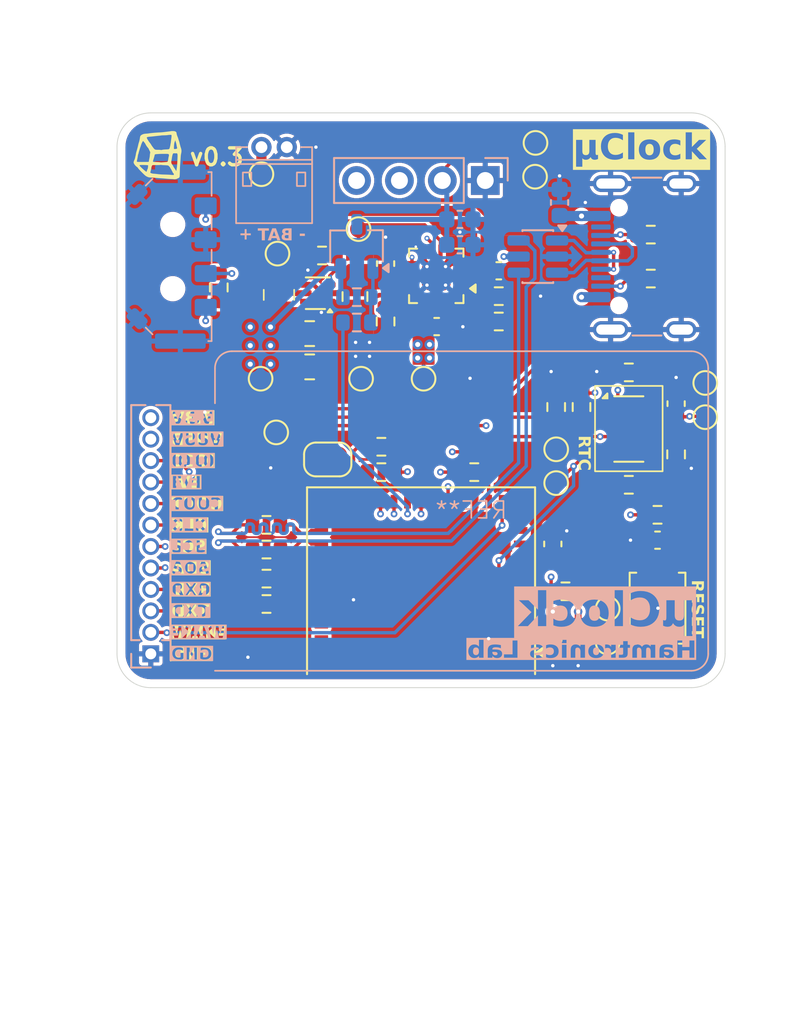
<source format=kicad_pcb>
(kicad_pcb (version 20241229) (generator "pcbnew") (generator_version "9.0")
  (title_block (title "uClock") (date "2026-02-21") (rev "1 ver 0.3") (company "Hamtronics Lab") (comment 2 "Description: Ultra-precise handheld digital clock, Powered by ESP32-C3") (comment 3 "Author: Sirio Guy"))
  (layers (0 "F.Cu" signal) (4 "In1.Cu" signal) (6 "In2.Cu" signal) (2 "B.Cu" signal) (13 "F.Paste" user) (15 "B.Paste" user) (5 "F.SilkS" user "F.Silkscreen") (7 "B.SilkS" user "B.Silkscreen") (1 "F.Mask" user) (3 "B.Mask" user) (25 "Edge.Cuts" user))
  (net 0 "")
  (net 1 "GND")
  (net 6 "USB_P")
  (net 7 "USB_N")
  (net 8 "VCC")
  (net 9 "VOUT")
  (net 10 "Net-(BT1-+)")
  (net 11 "VUSB")
  (net 12 "Net-(J1-CC1)")
  (net 13 "Net-(J1-CC2)")
  (net 14 "Net-(U2-TS)")
  (net 15 "Net-(U2-ISET)")
  (net 16 "Net-(U2-ILIM)")
  (net 17 "CHG")
  (net 18 "PGOOD")
  (net 19 "/PN")
  (net 20 "/PP")
  (net 21 "/AN")
  (net 22 "/AP")
  (net 23 "EN")
  (net 24 "Net-(J2-Pin_2)")
  (net 25 "BOOT")
  (net 26 "WAKE")
  (net 27 "MODE")
  (net 28 "DISPAY")
  (net 29 "Net-(Q1-G)")
  (net 30 "RTC_EVI")
  (net 31 "RTC_OUT")
  (net 32 "NAVUP")
  (net 33 "NAVDN")
  (net 34 "RTC_CLK")
  (net 35 "SCL")
  (net 36 "SDA")
  (net 37 "Net-(U3-SW)")
  (net 38 "Net-(U3-VSET)")
  (net 39 "Net-(U5-VBACKUP)")
  (net 54 "TXD")
  (net 55 "RXD")
  (net 56 "GPIO10")
  (net 57 "Net-(U4-TXD0)")
  (net 58 "Net-(U4-RXD0)")
  (footprint "Capacitor_SMD:C_0603_1608Metric" (layer "F.Cu") (at 81.2 95.690351 90)
    (property "Reference" "C14" (hide yes))
    (property "Value" "100n")
  )
  (footprint "TestPoint:TestPoint_Pad_D1.0mm" (layer "F.Cu") (at 84.45 99.515351)
    (property "Reference" "TP5" (hide yes))
    (property "Value" "VESP")
  )
  (footprint "Capacitor_SMD:C_0603_1608Metric" (layer "F.Cu") (at 88.5 87.390351 -90)
    (property "Reference" "C13" (hide yes))
    (property "Value" "100n")
  )
  (footprint "Capacitor_SMD:C_0805_2012Metric" (layer "F.Cu") (at 69.4875 81.055351 -90)
    (property "Reference" "C5" (hide yes))
    (property "Value" "22uF")
  )
  (footprint "Resistor_SMD:R_0603_1608Metric" (layer "F.Cu") (at 81.4 87.590351 90)
    (property "Reference" "R10" (hide yes))
    (property "Value" "5.1k")
  )
  (footprint "TestPoint:TestPoint_Pad_D1.0mm" (layer "F.Cu") (at 63.9 85.915351)
    (property "Reference" "TP1" (hide yes))
    (property "Value" "VCC")
  )
  (footprint "Resistor_SMD:R_0603_1608Metric" (layer "F.Cu") (at 71.3 82.530351 90)
    (property "Reference" "R4" (hide yes))
    (property "Value" "5.1k")
  )
  (footprint "Resistor_SMD:R_0603_1608Metric" (layer "F.Cu") (at 87 79.990351)
    (property "Reference" "R2" (hide yes))
    (property "Value" "5.1k")
  )
  (footprint "Package_SON:MicroCrystal_C7_SON-8_1.5x3.2mm_P0.9mm" (layer "F.Cu") (at 85.7 88.890351)
    (property "Reference" "U5" (hide yes))
    (property "Value" "RV-3028-C7")
  )
  (footprint "TestPoint:TestPoint_Pad_D1.0mm" (layer "F.Cu") (at 64.9 78.515351)
    (property "Reference" "TP14" (hide yes))
    (property "Value" "GND")
  )
  (footprint "TestPoint:TestPoint_Pad_D1.0mm" (layer "F.Cu") (at 81.4 90.090351)
    (property "Reference" "TP9" (hide yes))
    (property "Value" "SCL")
  )
  (footprint "Resistor_SMD:R_0603_1608Metric" (layer "F.Cu") (at 78 82.530351 180)
    (property "Reference" "R6" (hide yes))
    (property "Value" "4.53k")
  )
  (footprint "local:L_0806" (layer "F.Cu") (at 64.9875 80.955351 -90)
    (property "Reference" "L1" (hide yes))
    (property "Value" "1.5uH")
  )
  (footprint "Capacitor_SMD:C_0603_1608Metric" (layer "F.Cu") (at 78 79.530351)
    (property "Reference" "C4" (hide yes))
    (property "Value" "10u")
  )
  (footprint "Capacitor_SMD:C_0805_2012Metric" (layer "F.Cu") (at 66.8075 85.215351)
    (property "Reference" "C7" (hide yes))
    (property "Value" "22uF")
  )
  (footprint "Capacitor_SMD:C_0603_1608Metric" (layer "F.Cu") (at 87.4 95.465351)
    (property "Reference" "C8" (hide yes))
    (property "Value" "100n")
  )
  (footprint "Resistor_SMD:R_0603_1608Metric" (layer "F.Cu") (at 85.7 85.540351 180)
    (property "Reference" "R21" (hide yes))
    (property "Value" "10k")
  )
  (footprint "Resistor_SMD:R_0603_1608Metric" (layer "F.Cu") (at 81.95 98.490351 180)
    (property "Reference" "R17" (hide yes))
    (property "Value" "10k")
  )
  (footprint "TestPoint:TestPoint_Pad_D1.0mm" (layer "F.Cu") (at 80.175 71.965351)
    (property "Reference" "TP6" (hide yes))
    (property "Value" "VOLED")
  )
  (footprint "TestPoint:TestPoint_Pad_D1.0mm" (layer "F.Cu") (at 90.225 86.165351)
    (property "Reference" "TP12" (hide yes))
    (property "Value" "GND")
  )
  (footprint "Resistor_SMD:R_0603_1608Metric" (layer "F.Cu") (at 87.4 93.965351)
    (property "Reference" "R16" (hide yes))
    (property "Value" "10k")
  )
  (footprint "Resistor_SMD:R_0603_1608Metric" (layer "F.Cu") (at 64.25 96.020351 180)
    (property "Reference" "R12" (hide yes))
    (property "Value" "22")
  )
  (footprint "local:ESP32-C3-MINI-1" (layer "F.Cu") (at 73.4 98.090351 180)
    (property "Reference" "U4" (hide yes))
    (property "Value" "ESP32-C3-MINI-1")
  )
  (footprint "TestPoint:TestPoint_Pad_D1.0mm" (layer "F.Cu") (at 81.4 92.090351)
    (property "Reference" "TP10" (hide yes))
    (property "Value" "SDA")
  )
  (footprint "Jumper:SolderJumper-2_P1.3mm_Open_RoundedPad1.0x1.5mm" (layer "F.Cu") (at 67.875 90.690351)
    (property "Reference" "JP1" (hide yes))
    (property "Value" "BOOT" (hide yes))
  )
  (footprint "TestPoint:TestPoint_Pad_D1.0mm" (layer "F.Cu") (at 73.55 85.915351)
    (property "Reference" "TP3" (hide yes))
    (property "Value" "VUSB")
  )
  (footprint "Resistor_SMD:R_0603_1608Metric" (layer "F.Cu") (at 71.05 89.940351 180)
    (property "Reference" "R19" (hide yes))
    (property "Value" "10k")
  )
  (footprint "Resistor_SMD:R_0603_1608Metric" (layer "F.Cu") (at 64.25 97.740351 180)
    (property "Reference" "R23" (hide yes))
    (property "Value" "100")
  )
  (footprint "Resistor_SMD:R_0603_1608Metric" (layer "F.Cu") (at 78 81.030351)
    (property "Reference" "R3" (hide yes))
    (property "Value" "10k")
  )
  (footprint "Capacitor_SMD:C_0805_2012Metric" (layer "F.Cu") (at 66.8075 83.245351)
    (property "Reference" "C6" (hide yes))
    (property "Value" "22uF")
  )
  (footprint "TestPoint:TestPoint_Pad_D1.0mm" (layer "F.Cu") (at 64.825 89.090351)
    (property "Reference" "TP8" (hide yes))
    (property "Value" "CLK")
  )
  (footprint "Button_Switch_SMD:SW_SPST_TS-1088-xR020" (layer "F.Cu") (at 87.4 99.490351 90)
    (property "Reference" "SW1" (hide yes))
    (property "Value" "RESET")
  )
  (footprint "Package_TO_SOT_SMD:SOT-563" (layer "F.Cu") (at 67.2875 80.857851 180)
    (property "Reference" "U3" (hide yes))
    (property "Value" "TPS628438DRL")
  )
  (footprint "Logo:logo-5x5mm" (layer "F.Cu") (at 57.94562 72.713524)
    (property "Reference" "G***" (hide yes))
    (property "Value" "LOGO" (hide yes))
  )
  (footprint "Resistor_SMD:R_0603_1608Metric" (layer "F.Cu") (at 67.5375 78.625351 180)
    (property "Reference" "R5" (hide yes))
    (property "Value" "249k")
  )
  (footprint "TestPoint:TestPoint_Pad_D1.0mm" (layer "F.Cu") (at 90.225 88.190351)
    (property "Reference" "TP7" (hide yes))
    (property "Value" "VRTC")
  )
  (footprint "Capacitor_SMD:C_0603_1608Metric" (layer "F.Cu") (at 82.7 101.290351 -90)
    (property "Reference" "C10" (hide yes))
    (property "Value" "100n")
  )
  (footprint "Resistor_SMD:R_0603_1608Metric" (layer "F.Cu") (at 82.9 87.590351 -90)
    (property "Reference" "R15" (hide yes))
    (property "Value" "10k")
  )
  (footprint "Resistor_SMD:R_0603_1608Metric" (layer "F.Cu") (at 64.25 99.240351 180)
    (property "Reference" "R22" (hide yes))
    (property "Value" "100")
  )
  (footprint "local:VQFN-16-1EP_3x3mm_P0.5mm_EP1.6x1.6mm_ThermalVias" (layer "F.Cu") (at 74.3 79.830351 180)
    (property "Reference" "U2" (hide yes))
    (property "Value" "BQ24074RGT")
  )
  (footprint "TestPoint:TestPoint_Pad_D1.0mm" (layer "F.Cu") (at 80.15 73.965351)
    (property "Reference" "TP13" (hide yes))
    (property "Value" "GND")
  )
  (footprint "Capacitor_SMD:C_0603_1608Metric" (layer "F.Cu") (at 74.325 82.830351)
    (property "Reference" "C1" (hide yes))
    (property "Value" "10u")
  )
  (footprint "Resistor_SMD:R_0603_1608Metric" (layer "F.Cu") (at 76.55 91.440351)
    (property "Reference" "R20" (hide yes))
    (property "Value" "10k")
  )
  (footprint "TestPoint:TestPoint_Pad_D1.0mm" (layer "F.Cu") (at 63.95 73.815351)
    (property "Reference" "TP4" (hide yes))
    (property "Value" "VBAT")
  )
  (footprint "Resistor_SMD:R_0603_1608Metric" (layer "F.Cu") (at 64.25 94.560351 180)
    (property "Reference" "R13" (hide yes))
    (property "Value" "22")
  )
  (footprint "Resistor_SMD:R_0603_1608Metric" (layer "F.Cu") (at 87 77.390351)
    (property "Reference" "R1" (hide yes))
    (property "Value" "5.1k")
  )
  (footprint "TestPoint:TestPoint_Pad_D1.0mm" (layer "F.Cu") (at 69.7 77.065351)
    (property "Reference" "TP2" (hide yes))
    (property "Value" "VCHG")
  )
  (footprint "Resistor_SMD:R_0603_1608Metric" (layer "F.Cu") (at 88.5 90.390351 -90)
    (property "Reference" "R14" (hide yes))
    (property "Value" "10k")
  )
  (footprint "Capacitor_SMD:C_0603_1608Metric" (layer "F.Cu") (at 71.3 79.105351 90)
    (property "Reference" "C2" (hide yes))
    (property "Value" "10u")
  )
  (footprint "Resistor_SMD:R_0603_1608Metric" (layer "F.Cu") (at 61.425 80.515351 90)
    (property "Reference" "R7" (hide yes))
    (property "Value" "10k")
  )
  (footprint "Resistor_SMD:R_0603_1608Metric" (layer "F.Cu") (at 85.7 92.190351)
    (property "Reference" "R11" (hide yes))
    (property "Value" "5.1k")
  )
  (footprint "TestPoint:TestPoint_Pad_D1.0mm" (layer "F.Cu") (at 84.45 101.515351)
    (property "Reference" "TP11" (hide yes))
    (property "Value" "GND")
  )
  (footprint "Resistor_SMD:R_0603_1608Metric" (layer "F.Cu") (at 71.05 91.440351 180)
    (property "Reference" "R18" (hide yes))
    (property "Value" "10k")
  )
  (footprint "Capacitor_SMD:C_0603_1608Metric" (layer "F.Cu") (at 81.2 101.290351 -90)
    (property "Reference" "C9" (hide yes))
    (property "Value" "10u")
  )
  (footprint "TestPoint:TestPoint_Pad_D1.0mm" (layer "F.Cu") (at 69.85 85.915351)
    (property "Reference" "TP15" (hide yes))
    (property "Value" "GND")
  )
  (footprint "Connector_PinHeader_1.27mm:PinHeader_1x12_P1.27mm_Vertical" (layer "B.Cu") (at 57.4 102.190351)
    (property "Reference" "J3" (hide yes))
    (property "Value" "ACC")
  )
  (footprint "local:Battery_LiPo_603020" (layer "B.Cu") (at 76.375 94.190351 180)
    (property "Reference" "REF**")
    (property "Value" "Battery LiPo 603020")
  )
  (footprint "Capacitor_SMD:C_0603_1608Metric" (layer "B.Cu") (at 75.7 77.990351)
    (property "Reference" "C12" (hide yes))
    (property "Value" "100n")
  )
  (footprint "Resistor_SMD:R_0603_1608Metric" (layer "B.Cu") (at 69.6 81.090351)
    (property "Reference" "R8" (hide yes))
    (property "Value" "100k")
  )
  (footprint "local:K1-1511SA-01" (layer "B.Cu") (at 59.7 78.690351 -90)
    (property "Reference" "SW2" (hide yes))
    (property "Value" "~" (hide yes))
  )
  (footprint "Capacitor_SMD:C_0603_1608Metric" (layer "B.Cu") (at 75.7 76.490351)
    (property "Reference" "C11" (hide yes))
    (property "Value" "10u")
  )
  (footprint "Package_TO_SOT_SMD:SOT-23-6" (layer "B.Cu") (at 80.3125 78.690351 180)
    (property "Reference" "U1" (hide yes))
    (property "Value" "USBLC6-2SC6")
  )
  (footprint "Package_TO_SOT_SMD:TSOT-23" (layer "B.Cu") (at 69.6 78.090351 90)
    (property "Reference" "Q1" (hide yes))
    (property "Value" "Si2301CDS")
  )
  (footprint "Capacitor_SMD:C_0603_1608Metric" (layer "B.Cu") (at 81.6 75.490351 90)
    (property "Reference" "C3" (hide yes))
    (property "Value" "100n")
  )
  (footprint "local:JST-ZH-02AW-P=1.5-H3.6" (layer "B.Cu") (at 64.7 72.215351)
    (property "Reference" "BT1" (hide yes))
    (property "Value" "3.7V" (hide yes))
  )
  (footprint "Connector_USB:USB_C_Receptacle_GCT_USB4105-xx-A_16P_TopMnt_Horizontal" (layer "B.Cu") (at 87.725 78.690351 -90)
    (property "Reference" "J1" (hide yes))
    (property "Value" "USB_C_Receptacle_USB2.0_16P")
  )
  (footprint "Connector_PinSocket_2.54mm:PinSocket_1x04_P2.54mm_Vertical" (layer "B.Cu") (at 77.2 74.190351 90)
    (property "Reference" "J2" (hide yes))
    (property "Value" "OLED")
  )
  (footprint "Resistor_SMD:R_0603_1608Metric" (layer "B.Cu") (at 69.6 82.590351)
    (property "Reference" "R9" (hide yes))
    (property "Value" "100")
  )
  (gr_rect (start 83.7 86.340351) (end 87.7 91.390351) (stroke (width 0.1)) (fill no) (layer "F.SilkS"))
  (gr_line (start 58.575 87.815351) (end 58.575 102.590351) (stroke (width 0.1)) (layer "F.SilkS"))
  (gr_arc (start 61.2 85.290351) (mid 61.492893 84.583244) (end 62.2 84.290351) (stroke (width 0.1)) (layer "B.SilkS"))
  (gr_line (start 61.2 87.365351) (end 61.2 85.290351) (stroke (width 0.1)) (layer "B.SilkS"))
  (gr_line (start 58.56 101.380351) (end 58.56 102.565351) (stroke (width 0.1)) (layer "B.SilkS"))
  (gr_arc (start 89.4 84.290351) (mid 90.107107 84.583244) (end 90.4 85.290351) (stroke (width 0.1)) (layer "B.SilkS"))
  (gr_arc (start 90.4 102.190351) (mid 90.107107 102.897458) (end 89.4 103.190351) (stroke (width 0.1)) (layer "B.SilkS"))
  (gr_line (start 90.4 85.290351) (end 90.4 102.190351) (stroke (width 0.1)) (layer "B.SilkS"))
  (gr_line (start 89.4 103.190351) (end 61.2 103.190351) (stroke (width 0.1)) (layer "B.SilkS"))
  (gr_line (start 62.2 84.290351) (end 89.4 84.290351) (stroke (width 0.1)) (layer "B.SilkS"))
  (gr_arc (start 55.4 72.190351) (mid 55.985786 70.776137) (end 57.4 70.190351) (stroke (width 0.05)) (layer "Edge.Cuts"))
  (gr_line (start 57.4 70.190351) (end 89.4 70.190351) (stroke (width 0.05)) (layer "Edge.Cuts"))
  (gr_arc (start 89.4 70.190351) (mid 90.814214 70.776137) (end 91.4 72.190351) (stroke (width 0.05)) (layer "Edge.Cuts"))
  (gr_line (start 55.4 102.190351) (end 55.4 72.190351) (stroke (width 0.05)) (layer "Edge.Cuts"))
  (gr_line (start 89.4 104.190351) (end 57.4 104.190351) (stroke (width 0.05)) (layer "Edge.Cuts"))
  (gr_line (start 91.4 72.190351) (end 91.4 102.190351) (stroke (width 0.05)) (layer "Edge.Cuts"))
  (gr_arc (start 57.4 104.190351) (mid 55.985786 103.604565) (end 55.4 102.190351) (stroke (width 0.05)) (layer "Edge.Cuts"))
  (gr_arc (start 91.4 102.190351) (mid 90.814214 103.604565) (end 89.4 104.190351) (stroke (width 0.05)) (layer "Edge.Cuts"))
  (gr_text "μClock" (at 82.4 73.190351 0) (layer "F.SilkS" knockout) (effects (font (size 1.5 1.5) (thickness 0.375) (bold yes)) (justify left bottom)))
  (gr_text "RXD" (at 58.6 98.435806 0) (layer "F.SilkS" knockout) (effects (font (size 0.7 0.7) (thickness 0.125) (bold yes)) (justify left)))
  (gr_text "GND" (at 58.6 102.240351 0) (layer "F.SilkS" knockout) (effects (font (size 0.7 0.7) (thickness 0.125) (bold yes)) (justify left)))
  (gr_text "v0.3" (at 59.6 73.390351 0) (layer "F.SilkS") (effects (font (size 1 1) (thickness 0.2) (bold yes)) (justify left bottom)))
  (gr_text "VUSB" (at 58.6 89.558533 0) (layer "F.SilkS" knockout) (effects (font (size 0.7 0.7) (thickness 0.125) (bold yes)) (justify left)))
  (gr_text "WAKE" (at 58.6 100.972169 0) (layer "F.SilkS" knockout) (effects (font (size 0.7 0.7) (thickness 0.125) (bold yes)) (justify left)))
  (gr_text "SCL" (at 58.6 95.899442 0) (layer "F.SilkS" knockout) (effects (font (size 0.7 0.7) (thickness 0.125) (bold yes)) (justify left)))
  (gr_text "SDA" (at 58.6 97.167624 0) (layer "F.SilkS" knockout) (effects (font (size 0.7 0.7) (thickness 0.125) (bold yes)) (justify left)))
  (gr_text "3.3V" (at 58.6 88.290351 0) (layer "F.SilkS" knockout) (effects (font (size 0.7 0.7) (thickness 0.125) (bold yes)) (justify left)))
  (gr_text "CLK" (at 58.6 94.63126 0) (layer "F.SilkS" knockout) (effects (font (size 0.7 0.7) (thickness 0.125) (bold yes)) (justify left)))
  (gr_text "COUT" (at 58.6 93.363078 0) (layer "F.SilkS" knockout) (effects (font (size 0.7 0.7) (thickness 0.125) (bold yes)) (justify left)))
  (gr_text "IO10" (at 58.6 90.826715 0) (layer "F.SilkS" knockout) (effects (font (size 0.7 0.7) (thickness 0.125) (bold yes)) (justify left)))
  (gr_text "TXD" (at 58.6 99.703987 0) (layer "F.SilkS" knockout) (effects (font (size 0.7 0.7) (thickness 0.125) (bold yes)) (justify left)))
  (gr_text "RESET" (at 89.725 99.540351 270) (layer "F.SilkS") (effects (font (size 0.7 0.7) (thickness 0.125) (bold yes))))
  (gr_text "RTC" (at 83.025 89.265351 270) (layer "F.SilkS") (effects (font (size 0.7 0.7) (thickness 0.125) (bold yes)) (justify left)))
  (gr_text "EVI" (at 58.6 92.094896 0) (layer "F.SilkS" knockout) (effects (font (size 0.7 0.7) (thickness 0.125) (bold yes)) (justify left)))
  (gr_text "EVI" (at 58.625 92.494896 0) (layer "B.SilkS" knockout) (effects (font (size 0.7 0.7) (thickness 0.125) (bold yes)) (justify right bottom mirror)))
  (gr_text "-" (at 66.575 77.390351 0) (layer "B.SilkS") (effects (font (size 0.7 0.7) (thickness 0.125) (bold yes)) (justify left mirror)))
  (gr_text "BAT" (at 65.825 77.440351 -0) (layer "B.SilkS") (effects (font (size 0.7 0.7) (thickness 0.125) (bold yes)) (justify left mirror)))
  (gr_text "+" (at 63.425 77.390351 0) (layer "B.SilkS") (effects (font (size 0.7 0.7) (thickness 0.125) (bold yes)) (justify left mirror)))
  (gr_text "VUSB" (at 58.625 89.958533 0) (layer "B.SilkS" knockout) (effects (font (size 0.7 0.7) (thickness 0.125) (bold yes)) (justify right bottom mirror)))
  (gr_text "Hamtronics Lab" (at 89.72 102.590351 -0) (layer "B.SilkS" knockout) (effects (font (size 1 1.1) (thickness 0.2) (bold yes)) (justify left bottom mirror)))
  (gr_text "RXD" (at 58.625 98.835806 0) (layer "B.SilkS" knockout) (effects (font (size 0.7 0.7) (thickness 0.125) (bold yes)) (justify right bottom mirror)))
  (gr_text "COUT" (at 58.625 93.763078 0) (layer "B.SilkS" knockout) (effects (font (size 0.7 0.7) (thickness 0.125) (bold yes)) (justify right bottom mirror)))
  (gr_text "3.3V" (at 58.625 88.690351 0) (layer "B.SilkS" knockout) (effects (font (size 0.7 0.7) (thickness 0.125) (bold yes)) (justify right bottom mirror)))
  (gr_text "IO10" (at 58.625 91.226715 0) (layer "B.SilkS" knockout) (effects (font (size 0.7 0.7) (thickness 0.125) (bold yes)) (justify right bottom mirror)))
  (gr_text "μClock" (at 89.7 100.890351 -0) (layer "B.SilkS" knockout) (effects (font (size 2 2) (thickness 0.375) (bold yes)) (justify left bottom mirror)))
  (gr_text "CLK" (at 58.625 95.03126 0) (layer "B.SilkS" knockout) (effects (font (size 0.7 0.7) (thickness 0.125) (bold yes)) (justify right bottom mirror)))
  (gr_text "TXD" (at 58.625 100.103987 0) (layer "B.SilkS" knockout) (effects (font (size 0.7 0.7) (thickness 0.125) (bold yes)) (justify right bottom mirror)))
  (gr_text "SCL" (at 58.625 96.299442 0) (layer "B.SilkS" knockout) (effects (font (size 0.7 0.7) (thickness 0.125) (bold yes)) (justify right bottom mirror)))
  (gr_text "WAKE" (at 58.625 101.372169 0) (layer "B.SilkS" knockout) (effects (font (size 0.7 0.7) (thickness 0.125) (bold yes)) (justify right bottom mirror)))
  (gr_text "GND" (at 58.625 102.640351 0) (layer "B.SilkS" knockout) (effects (font (size 0.7 0.7) (thickness 0.125) (bold yes)) (justify right bottom mirror)))
  (gr_text "SDA" (at 58.625 97.567624 0) (layer "B.SilkS" knockout) (effects (font (size 0.7 0.7) (thickness 0.125) (bold yes)) (justify right bottom mirror)))
  (segment (start 66.7125 79.477851) (end 66.7125 78.625351) (width 0.25) (layer "F.Cu") (net 1))
  (segment (start 67.5 81.990351) (end 68 81.490351) (width 0.25) (layer "F.Cu") (net 1))
  (segment (start 66.7 79.490351) (end 66.7125 79.477851) (width 0.25) (layer "F.Cu") (net 1))
  (segment (start 68 81.490351) (end 68 81.357851) (width 0.25) (layer "F.Cu") (net 1))
  (via (at 67.175 72.215351) (size 0.4) (drill 0.2) (layers "F.Cu" "B.Cu") (net 1))
  (via (at 69.525 84.590351) (size 0.4) (drill 0.2) (layers "F.Cu" "B.Cu") (net 1))
  (via (at 75.875 82.840351) (size 0.4) (drill 0.2) (layers "F.Cu" "B.Cu") (net 1))
  (via (at 82.025 94.915351) (size 0.4) (drill 0.2) (layers "F.Cu" "B.Cu") (net 1))
  (via (at 70.35 83.765351) (size 0.4) (drill 0.2) (layers "F.Cu" "B.Cu") (net 1))
  (via (at 83.8 85.490351) (size 0.4) (drill 0.2) (layers "F.Cu" "B.Cu") (net 1))
  (via (at 69.4 98.990351) (size 0.4) (drill 0.2) (layers "F.Cu" "B.Cu") (net 1))
  (via (at 83.125 75.490351) (size 0.4) (drill 0.2) (layers "F.Cu" "B.Cu") (net 1))
  (via (at 67.5 81.990351) (size 0.4) (drill 0.2) (layers "F.Cu" "B.Cu") (net 1))
  (via (at 76.3 85.890351) (size 0.4) (drill 0.2) (layers "F.Cu" "B.Cu") (net 1))
  (via (at 87.425 99.490351) (size 0.4) (drill 0.2) (layers "F.Cu" "B.Cu") (net 1))
  (via (at 77.4 101.290351) (size 0.4) (drill 0.2) (layers "F.Cu" "B.Cu") (net 1))
  (via (at 71.3 77.540351) (size 0.4) (drill 0.2) (layers "F.Cu" "B.Cu") (net 1))
  (via (at 66.7 79.490351) (size 0.4) (drill 0.2) (layers "F.Cu" "B.Cu") (net 1))
  (via (at 63.15 102.390351) (size 0.4) (drill 0.2) (layers "F.Cu" "B.Cu") (net 1))
  (via (at 75.7 77.240351) (size 0.4) (drill 0.2) (layers "F.Cu" "B.Cu") (net 1))
  (via (at 82.7 102.890351) (size 0.4) (drill 0.2) (layers "F.Cu" "B.Cu") (net 1))
  (via (at 85.8 95.465351) (size 0.4) (drill 0.2) (layers "F.Cu" "B.Cu") (net 1))
  (via (at 89.4 91.215351) (size 0.4) (drill 0.2) (layers "F.Cu" "B.Cu") (net 1))
  (via (at 69.525 83.765351) (size 0.4) (drill 0.2) (layers "F.Cu" "B.Cu") (net 1))
  (via (at 70.35 84.590351) (size 0.4) (drill 0.2) (layers "F.Cu" "B.Cu") (net 1))
  (via (at 81.6 73.915351) (size 0.4) (drill 0.2) (layers "F.Cu" "B.Cu") (net 1))
  (via (at 88.5 85.840351) (size 0.4) (drill 0.2) (layers "F.Cu" "B.Cu") (net 1))
  (via (at 64.5 91.190351) (size 0.4) (drill 0.2) (layers "F.Cu" "B.Cu") (net 1))
  (via (at 80.475 81.030351) (size 0.4) (drill 0.2) (layers "F.Cu" "B.Cu") (net 1))
  (via (at 81.2 102.890351) (size 0.4) (drill 0.2) (layers "F.Cu" "B.Cu") (net 1))
  (via (at 60.6 87.890351) (size 0.4) (drill 0.2) (layers "F.Cu" "B.Cu") (net 1))
  (via (at 73.0875 78.105351) (size 0.3) (drill 0.15) (layers "F.Cu" "B.Cu") (net 1))
  (via (at 81.1 85.490351) (size 0.4) (drill 0.2) (layers "F.Cu" "B.Cu") (net 1))
  (segment (start 61.5 95.515351) (end 62.207499 95.515351) (width 0.2) (layer "F.Cu") (net 6))
  (segment (start 62.712499 96.020351) (end 63.425 96.020351) (width 0.2) (layer "F.Cu") (net 6))
  (segment (start 62.207499 95.515351) (end 62.712499 96.020351) (width 0.2) (layer "F.Cu") (net 6))
  (segment (start 61.4 95.615351) (end 61.5 95.515351) (width 0.2) (layer "F.Cu") (net 6))
  (via (at 61.4 95.615351) (size 0.4) (drill 0.2) (layers "F.Cu" "B.Cu") (net 6))
  (segment (start 80.1385 79.981319) (end 79.625 80.494819) (width 0.2) (layer "B.Cu") (net 6))
  (segment (start 79.625 91.083549) (end 75.193197 95.515352) (width 0.2) (layer "B.Cu") (net 6))
  (segment (start 61.499999 95.515352) (end 61.4 95.615351) (width 0.2) (layer "B.Cu") (net 6))
  (segment (start 75.193197 95.515352) (end 61.499999 95.515352) (width 0.2) (layer "B.Cu") (net 6))
  (segment (start 80.1385 78.349383) (end 80.1385 79.981319) (width 0.2) (layer "B.Cu") (net 6))
  (segment (start 79.625 80.494819) (end 79.625 91.083549) (width 0.2) (layer "B.Cu") (net 6))
  (segment (start 79.529468 77.740351) (end 80.1385 78.349383) (width 0.2) (layer "B.Cu") (net 6))
  (segment (start 79.175 77.740351) (end 79.529468 77.740351) (width 0.2) (layer "B.Cu") (net 6))
  (segment (start 61.5 95.065351) (end 62.207499 95.065351) (width 0.2) (layer "F.Cu") (net 7))
  (segment (start 62.712499 94.560351) (end 63.425 94.560351) (width 0.2) (layer "F.Cu") (net 7))
  (segment (start 61.4 94.965351) (end 61.5 95.065351) (width 0.2) (layer "F.Cu") (net 7))
  (segment (start 62.207499 95.065351) (end 62.712499 94.560351) (width 0.2) (layer "F.Cu") (net 7))
  (via (at 61.4 94.965351) (size 0.4) (drill 0.2) (layers "F.Cu" "B.Cu") (net 7))
  (segment (start 63.47 94.90535) (end 63.47 94.66535) (width 0.2) (layer "B.Cu") (net 7))
  (segment (start 64.11 94.50535) (end 64.03 94.50535) (width 0.2) (layer "B.Cu") (net 7))
  (segment (start 79.175 79.640351) (end 79.175 90.897153) (width 0.2) (layer "B.Cu") (net 7))
  (segment (start 62.7 95.06535) (end 61.499999 95.06535) (width 0.2) (layer "B.Cu") (net 7))
  (segment (start 65.87 94.90535) (end 65.87 94.66535) (width 0.2) (layer "B.Cu") (net 7))
  (segment (start 63.71 95.06535) (end 63.63 95.06535) (width 0.2) (layer "B.Cu") (net 7))
  (segment (start 65.71 94.50535) (end 65.63 94.50535) (width 0.2) (layer "B.Cu") (net 7))
  (segment (start 64.91 94.50535) (end 64.83 94.50535) (width 0.2) (layer "B.Cu") (net 7))
  (segment (start 65.07 94.90535) (end 65.07 94.66535) (width 0.2) (layer "B.Cu") (net 7))
  (segment (start 63.31 94.50535) (end 63.23 94.50535) (width 0.2) (layer "B.Cu") (net 7))
  (segment (start 75.006803 95.06535) (end 66.03 95.06535) (width 0.2) (layer "B.Cu") (net 7))
  (segment (start 61.499999 95.06535) (end 61.4 94.965351) (width 0.2) (layer "B.Cu") (net 7))
  (segment (start 63.87 94.66535) (end 63.87 94.90535) (width 0.2) (layer "B.Cu") (net 7))
  (segment (start 79.175 90.897153) (end 75.006803 95.06535) (width 0.2) (layer "B.Cu") (net 7))
  (segment (start 64.51 95.06535) (end 64.43 95.06535) (width 0.2) (layer "B.Cu") (net 7))
  (segment (start 62.83 95.06535) (end 62.7 95.06535) (width 0.2) (layer "B.Cu") (net 7))
  (segment (start 64.27 94.90535) (end 64.27 94.66535) (width 0.2) (layer "B.Cu") (net 7))
  (segment (start 65.31 95.06535) (end 65.23 95.06535) (width 0.2) (layer "B.Cu") (net 7))
  (segment (start 62.91 95.06535) (end 62.83 95.06535) (width 0.2) (layer "B.Cu") (net 7))
  (segment (start 64.67 94.66535) (end 64.67 94.90535) (width 0.2) (layer "B.Cu") (net 7))
  (segment (start 63.07 94.66535) (end 63.07 94.90535) (width 0.2) (layer "B.Cu") (net 7))
  (segment (start 65.47 94.66535) (end 65.47 94.90535) (width 0.2) (layer "B.Cu") (net 7))
  (arc (start 64.83 94.50535) (mid 64.716863 94.552213) (end 64.67 94.66535) (width 0.2) (layer "B.Cu") (net 7))
  (arc (start 63.23 94.50535) (mid 63.116863 94.552213) (end 63.07 94.66535) (width 0.2) (layer "B.Cu") (net 7))
  (arc (start 64.03 94.50535) (mid 63.916863 94.552213) (end 63.87 94.66535) (width 0.2) (layer "B.Cu") (net 7))
  (arc (start 64.43 95.06535) (mid 64.316863 95.018487) (end 64.27 94.90535) (width 0.2) (layer "B.Cu") (net 7))
  (arc (start 63.87 94.90535) (mid 63.823137 95.018487) (end 63.71 95.06535) (width 0.2) (layer "B.Cu") (net 7))
  (arc (start 64.27 94.66535) (mid 64.223137 94.552213) (end 64.11 94.50535) (width 0.2) (layer "B.Cu") (net 7))
  (arc (start 64.67 94.90535) (mid 64.623137 95.018487) (end 64.51 95.06535) (width 0.2) (layer "B.Cu") (net 7))
  (arc (start 63.63 95.06535) (mid 63.516863 95.018487) (end 63.47 94.90535) (width 0.2) (layer "B.Cu") (net 7))
  (arc (start 65.63 94.50535) (mid 65.516863 94.552213) (end 65.47 94.66535) (width 0.2) (layer "B.Cu") (net 7))
  (arc (start 65.87 94.66535) (mid 65.823137 94.552213) (end 65.71 94.50535) (width 0.2) (layer "B.Cu") (net 7))
  (arc (start 63.47 94.66535) (mid 63.423137 94.552213) (end 63.31 94.50535) (width 0.2) (layer "B.Cu") (net 7))
  (arc (start 65.47 94.90535) (mid 65.423137 95.018487) (end 65.31 95.06535) (width 0.2) (layer "B.Cu") (net 7))
  (arc (start 66.03 95.06535) (mid 65.916863 95.018487) (end 65.87 94.90535) (width 0.2) (layer "B.Cu") (net 7))
  (arc (start 63.07 94.90535) (mid 63.023137 95.018487) (end 62.91 95.06535) (width 0.2) (layer "B.Cu") (net 7))
  (arc (start 65.23 95.06535) (mid 65.116863 95.018487) (end 65.07 94.90535) (width 0.2) (layer "B.Cu") (net 7))
  (arc (start 65.07 94.66535) (mid 65.023137 94.552213) (end 64.91 94.50535) (width 0.2) (layer "B.Cu") (net 7))
  (segment (start 75.725 91.440351) (end 74.55 91.440351) (width 0.2) (layer "F.Cu") (net 8))
  (segment (start 82.9 86.765351) (end 83.675 86.765351) (width 0.2) (layer "F.Cu") (net 8))
  (segment (start 82.7 98.565351) (end 82.775 98.490351) (width 0.3) (layer "F.Cu") (net 8))
  (segment (start 61.425 81.640351) (end 63.125 81.640351) (width 0.2) (layer "F.Cu") (net 8))
  (segment (start 89.3 88.140351) (end 90.175 88.140351) (width 0.2) (layer "F.Cu") (net 8))
  (segment (start 85.8 93.965351) (end 86.575 93.965351) (width 0.2) (layer "F.Cu") (net 8))
  (segment (start 88.5 88.165351) (end 89.275 88.165351) (width 0.2) (layer "F.Cu") (net 8))
  (segment (start 81.4 86.765351) (end 82.9 86.765351) (width 0.2) (layer "F.Cu") (net 8))
  (segment (start 84.45 100.165351) (end 84.1 100.515351) (width 0.2) (layer "F.Cu") (net 8))
  (segment (start 83.675 86.765351) (end 83.7 86.740351) (width 0.2) (layer "F.Cu") (net 8))
  (segment (start 86.575 93.965351) (end 86.575 92.240351) (width 0.2) (layer "F.Cu") (net 8))
  (segment (start 82.7 99.690351) (end 82.7 98.565351) (width 0.3) (layer "F.Cu") (net 8))
  (segment (start 71.875 89.940351) (end 71.875 91.440351) (width 0.2) (layer "F.Cu") (net 8))
  (segment (start 84.1 100.515351) (end 82.7 100.515351) (width 0.2) (layer "F.Cu") (net 8))
  (segment (start 66.575 81.357851) (end 66.575 81.955351) (width 0.2) (layer "F.Cu") (net 8))
  (segment (start 79.3 100.490351) (end 81.175 100.490351) (width 0.4) (layer "F.Cu") (net 8))
  (segment (start 71.875 91.440351) (end 72.575 91.440351) (width 0.2) (layer "F.Cu") (net 8))
  (segment (start 81.2 100.515351) (end 82.7 100.515351) (width 0.4) (layer "F.Cu") (net 8))
  (segment (start 82.7 100.515351) (end 82.7 99.690351) (width 0.4) (layer "F.Cu") (net 8))
  (segment (start 84.45 99.515351) (end 84.45 100.165351) (width 0.2) (layer "F.Cu") (net 8))
  (segment (start 90.175 88.140351) (end 90.225 88.190351) (width 0.2) (layer "F.Cu") (net 8))
  (segment (start 88.225 88.440351) (end 86.35 88.440351) (width 0.2) (layer "F.Cu") (net 8))
  (segment (start 86.575 92.240351) (end 86.525 92.190351) (width 0.2) (layer "F.Cu") (net 8))
  (segment (start 61.425 81.340351) (end 61.425 81.640351) (width 0.2) (layer "F.Cu") (net 8))
  (segment (start 72.575 91.440351) (end 72.6 91.415351) (width 0.2) (layer "F.Cu") (net 8))
  (segment (start 81.2 100.515351) (end 81.2 99.690351) (width 0.4) (layer "F.Cu") (net 8))
  (segment (start 89.275 88.165351) (end 89.3 88.140351) (width 0.2) (layer "F.Cu") (net 8))
  (via (at 64.4875 85.055351) (size 0.6) (drill 0.3) (layers "F.Cu" "B.Cu") (net 8))
  (via (at 82.7 99.690351) (size 0.5) (drill 0.25) (layers "F.Cu" "B.Cu") (net 8))
  (via (at 72.6 91.415351) (size 0.4) (drill 0.2) (layers "F.Cu" "B.Cu") (net 8))
  (via (at 63.2875 85.055351) (size 0.6) (drill 0.3) (layers "F.Cu" "B.Cu") (net 8))
  (via (at 89.3 88.140351) (size 0.4) (drill 0.2) (layers "F.Cu" "B.Cu") (net 8))
  (via (at 74.55 91.440351) (size 0.4) (drill 0.2) (layers "F.Cu" "B.Cu") (net 8))
  (via (at 64.4875 82.855351) (size 0.6) (drill 0.3) (layers "F.Cu" "B.Cu") (net 8))
  (via (at 85.8 93.965351) (size 0.4) (drill 0.2) (layers "F.Cu" "B.Cu") (net 8))
  (via (at 63.2875 83.955351) (size 0.6) (drill 0.3) (layers "F.Cu" "B.Cu") (net 8))
  (via (at 83.7 86.740351) (size 0.4) (drill 0.2) (layers "F.Cu" "B.Cu") (net 8))
  (via (at 63.2875 82.855351) (size 0.6) (drill 0.3) (layers "F.Cu" "B.Cu") (net 8))
  (via (at 64.4875 83.955351) (size 0.6) (drill 0.3) (layers "F.Cu" "B.Cu") (net 8))
  (via (at 81.2 99.690351) (size 0.5) (drill 0.25) (layers "F.Cu" "B.Cu") (net 8))
  (segment (start 68.65 79.400351) (end 68.65 80.965351) (width 0.3) (layer "B.Cu") (net 8))
  (segment (start 68.65 79.400351) (end 67.89 79.400351) (width 0.3) (layer "B.Cu") (net 8))
  (segment (start 64.4875 82.802851) (end 64.4875 82.855351) (width 0.3) (layer "B.Cu") (net 8))
  (segment (start 68.65 80.965351) (end 68.775 81.090351) (width 0.3) (layer "B.Cu") (net 8))
  (segment (start 67.89 79.400351) (end 64.4875 82.802851) (width 0.3) (layer "B.Cu") (net 8))
  (segment (start 71.6125 79.880351) (end 71.3 79.880351) (width 0.2) (layer "F.Cu") (net 9))
  (segment (start 66.575 80.357851) (end 67.04 80.357851) (width 0.25) (layer "F.Cu") (net 9))
  (segment (start 69.7 77.065351) (end 69.7 79.892851) (width 0.2) (layer "F.Cu") (net 9))
  (segment (start 74.55 78.392851) (end 74.55 77.750351) (width 0.2) (layer "F.Cu") (net 9))
  (segment (start 69.4875 80.105351) (end 71.075 80.105351) (width 0.2) (layer "F.Cu") (net 9))
  (segment (start 73.615 76.815351) (end 69.95 76.815351) (width 0.2) (layer "F.Cu") (net 9))
  (segment (start 74.55 77.750351) (end 73.615 76.815351) (width 0.2) (layer "F.Cu") (net 9))
  (segment (start 69.7 79.892851) (end 69.4875 80.105351) (width 0.2) (layer "F.Cu") (net 9))
  (segment (start 67.54 80.857851) (end 68 80.857851) (width 0.25) (layer "F.Cu") (net 9))
  (segment (start 67.04 80.357851) (end 67.54 80.857851) (width 0.25) (layer "F.Cu") (net 9))
  (segment (start 71.075 80.105351) (end 71.3 79.880351) (width 0.2) (layer "F.Cu") (net 9))
  (segment (start 69.95 76.815351) (end 69.7 77.065351) (width 0.2) (layer "F.Cu") (net 9))
  (segment (start 77.225 77.115351) (end 77.225 79.530351) (width 0.6) (layer "F.Cu") (net 10))
  (segment (start 63.95 72.215351) (end 63.95 74.540351) (width 0.6) (layer "F.Cu") (net 10))
  (segment (start 76.1 75.990351) (end 77.225 77.115351) (width 0.6) (layer "F.Cu") (net 10))
  (segment (start 63.95 74.540351) (end 65.4 75.990351) (width 0.6) (layer "F.Cu") (net 10))
  (segment (start 65.4 75.990351) (end 76.1 75.990351) (width 0.6) (layer "F.Cu") (net 10))
  (segment (start 73.55 85.915351) (end 73.55 85.040351) (width 0.2) (layer "F.Cu") (net 11))
  (segment (start 73.55 85.040351) (end 73.2 84.690351) (width 0.2) (layer "F.Cu") (net 11))
  (via (at 73.9 84.690351) (size 0.6) (drill 0.3) (layers "F.Cu" "B.Cu") (net 11))
  (via (at 73.9 83.890351) (size 0.6) (drill 0.3) (layers "F.Cu" "B.Cu") (net 11))
  (via (at 82.9 81.090351) (size 0.6) (drill 0.3) (layers "F.Cu" "B.Cu") (net 11))
  (via (at 78.3 78.690351) (size 0.4) (drill 0.2) (layers "F.Cu" "B.Cu") (net 11))
  (via (at 82.9 76.290351) (size 0.6) (drill 0.3) (layers "F.Cu" "B.Cu") (net 11))
  (via (at 73.2 83.890351) (size 0.6) (drill 0.3) (layers "F.Cu" "B.Cu") (net 11))
  (via (at 73.2 84.690351) (size 0.6) (drill 0.3) (layers "F.Cu" "B.Cu") (net 11))
  (segment (start 84.045 81.090351) (end 82.9 81.090351) (width 0.6) (layer "B.Cu") (net 11))
  (segment (start 82.9 76.290351) (end 81.625 76.290351) (width 0.6) (layer "B.Cu") (net 11))
  (segment (start 78.3 78.690351) (end 79.175 78.690351) (width 0.3) (layer "B.Cu") (net 11))
  (segment (start 84.045 76.290351) (end 82.9 76.290351) (width 0.6) (layer "B.Cu") (net 11))
  (segment (start 81.625 76.290351) (end 81.6 76.315351) (width 0.6) (layer "B.Cu") (net 11))
  (segment (start 85.2 77.390351) (end 86.175 77.390351) (width 0.2) (layer "F.Cu") (net 12))
  (via (at 85.2 77.390351) (size 0.4) (drill 0.2) (layers "F.Cu" "B.Cu") (net 12))
  (segment (start 85.15 77.440351) (end 85.2 77.390351) (width 0.2) (layer "B.Cu") (net 12))
  (segment (start 84.045 77.440351) (end 85.15 77.440351) (width 0.2) (layer "B.Cu") (net 12))
  (segment (start 85.65 79.990351) (end 85.2 80.440351) (width 0.2) (layer "F.Cu") (net 13))
  (segment (start 86.175 79.990351) (end 85.65 79.990351) (width 0.2) (layer "F.Cu") (net 13))
  (via (at 85.2 80.440351) (size 0.4) (drill 0.2) (layers "F.Cu" "B.Cu") (net 13))
  (segment (start 84.045 80.440351) (end 85.2 80.440351) (width 0.2) (layer "B.Cu") (net 13))
  (segment (start 76.25 80.580351) (end 76.7 81.030351) (width 0.25) (layer "F.Cu") (net 14))
  (segment (start 75.7375 80.580351) (end 76.25 80.580351) (width 0.25) (layer "F.Cu") (net 14))
  (segment (start 76.7 81.030351) (end 77.175 81.030351) (width 0.25) (layer "F.Cu") (net 14))
  (segment (start 75.05 81.267851) (end 75.8375 81.267851) (width 0.25) (layer "F.Cu") (net 15))
  (segment (start 75.8375 81.267851) (end 77.1 82.530351) (width 0.25) (layer "F.Cu") (net 15))
  (segment (start 77.1 82.530351) (end 77.175 82.530351) (width 0.25) (layer "F.Cu") (net 15))
  (segment (start 72.225 81.705351) (end 72.8625 81.067851) (width 0.25) (layer "F.Cu") (net 16))
  (segment (start 71.3 81.705351) (end 72.225 81.705351) (width 0.25) (layer "F.Cu") (net 16))
  (segment (start 72.8625 80.580351) (end 72.8625 81.067851) (width 0.25) (layer "F.Cu") (net 16))
  (segment (start 81.1 98.465351) (end 81.125 98.490351) (width 0.2) (layer "F.Cu") (net 17))
  (segment (start 79.3 98.890351) (end 80.1 98.890351) (width 0.2) (layer "F.Cu") (net 17))
  (segment (start 80.5 98.490351) (end 81.125 98.490351) (width 0.2) (layer "F.Cu") (net 17))
  (segment (start 80.1 98.890351) (end 80.5 98.490351) (width 0.2) (layer "F.Cu") (net 17))
  (segment (start 72.8625 78.730351) (end 72.8625 79.080351) (width 0.2) (layer "F.Cu") (net 17))
  (segment (start 81.1 97.640351) (end 81.1 98.465351) (width 0.2) (layer "F.Cu") (net 17))
  (via (at 72.8625 78.730351) (size 0.3) (drill 0.15) (layers "F.Cu" "B.Cu") (net 17))
  (via (at 81.1 97.640351) (size 0.4) (drill 0.2) (layers "F.Cu" "B.Cu") (net 17))
  (segment (start 77.4 93.190351) (end 77.4 91.465351) (width 0.2) (layer "F.Cu") (net 18))
  (segment (start 77.4 91.465351) (end 77.375 91.440351) (width 0.2) (layer "F.Cu") (net 18))
  (segment (start 76.8 90.240351) (end 77.375 90.815351) (width 0.2) (layer "F.Cu") (net 18))
  (segment (start 75.25 90.240351) (end 76.8 90.240351) (width 0.2) (layer "F.Cu") (net 18))
  (segment (start 73.75 77.605351) (end 74.05 77.905351) (width 0.2) (layer "F.Cu") (net 18))
  (segment (start 77.375 90.815351) (end 77.375 91.440351) (width 0.2) (layer "F.Cu") (net 18))
  (segment (start 74.05 77.905351) (end 74.05 78.392851) (width 0.2) (layer "F.Cu") (net 18))
  (via (at 73.75 77.605351) (size 0.3) (drill 0.15) (layers "F.Cu" "B.Cu") (net 18))
  (via (at 75.25 90.240351) (size 0.4) (drill 0.2) (layers "F.Cu" "B.Cu") (net 18))
  (segment (start 82.443751 79.640351) (end 81.45 79.640351) (width 0.2) (layer "B.Cu") (net 19))
  (segment (start 83.595 78.915351) (end 83.62 78.940351) (width 0.2) (layer "B.Cu") (net 19))
  (segment (start 85.91 78.660351) (end 85.63 78.940351) (width 0.2) (layer "B.Cu") (net 19))
  (segment (start 84.045 77.940351) (end 85.63 77.940351) (width 0.2) (layer "B.Cu") (net 19))
  (segment (start 85.63 77.940351) (end 85.91 78.220351) (width 0.2) (layer "B.Cu") (net 19))
  (segment (start 85.63 78.940351) (end 84.045 78.940351) (width 0.2) (layer "B.Cu") (net 19))
  (segment (start 83.62 78.940351) (end 84.045 78.940351) (width 0.2) (layer "B.Cu") (net 19))
  (segment (start 83.168751 78.915351) (end 83.595 78.915351) (width 0.2) (layer "B.Cu") (net 19))
  (segment (start 85.91 78.220351) (end 85.91 78.660351) (width 0.2) (layer "B.Cu") (net 19))
  (segment (start 83.168751 78.915351) (end 82.443751 79.640351) (width 0.2) (layer "B.Cu") (net 19))
  (segment (start 84.8 78.440351) (end 84.8 79.440351) (width 0.2) (layer "F.Cu") (net 20))
  (via (at 84.8 79.440351) (size 0.3) (drill 0.15) (layers "F.Cu" "B.Cu") (net 20))
  (via (at 84.8 78.440351) (size 0.3) (drill 0.15) (layers "F.Cu" "B.Cu") (net 20))
  (segment (start 83.168751 78.465351) (end 82.443751 77.740351) (width 0.2) (layer "B.Cu") (net 20))
  (segment (start 83.595 78.465351) (end 83.62 78.440351) (width 0.2) (layer "B.Cu") (net 20))
  (segment (start 82.443751 77.740351) (end 81.45 77.740351) (width 0.2) (layer "B.Cu") (net 20))
  (segment (start 84.045 78.440351) (end 84.8 78.440351) (width 0.2) (layer "B.Cu") (net 20))
  (segment (start 84.8 79.440351) (end 84.045 79.440351) (width 0.2) (layer "B.Cu") (net 20))
  (segment (start 83.62 78.440351) (end 84.045 78.440351) (width 0.2) (layer "B.Cu") (net 20))
  (segment (start 83.168751 78.465351) (end 83.595 78.465351) (width 0.2) (layer "B.Cu") (net 20))
  (segment (start 65.787501 94.560351) (end 66.292501 95.065351) (width 0.2) (layer "F.Cu") (net 21))
  (segment (start 65.075 94.560351) (end 65.787501 94.560351) (width 0.2) (layer "F.Cu") (net 21))
  (segment (start 66.292501 95.065351) (end 66.724999 95.065351) (width 0.2) (layer "F.Cu") (net 21))
  (segment (start 66.899999 94.890351) (end 67.5 94.890351) (width 0.2) (layer "F.Cu") (net 21))
  (segment (start 66.724999 95.065351) (end 66.899999 94.890351) (width 0.2) (layer "F.Cu") (net 21))
  (segment (start 66.899999 95.690351) (end 67.5 95.690351) (width 0.2) (layer "F.Cu") (net 22))
  (segment (start 66.292501 95.515351) (end 66.724999 95.515351) (width 0.2) (layer "F.Cu") (net 22))
  (segment (start 65.787501 96.020351) (end 66.292501 95.515351) (width 0.2) (layer "F.Cu") (net 22))
  (segment (start 65.075 96.020351) (end 65.787501 96.020351) (width 0.2) (layer "F.Cu") (net 22))
  (segment (start 66.724999 95.515351) (end 66.899999 95.690351) (width 0.2) (layer "F.Cu") (net 22))
  (segment (start 83.125 97.265351) (end 82.325 96.465351) (width 0.2) (layer "F.Cu") (net 23))
  (segment (start 88.175 95.465351) (end 88.175 97.265351) (width 0.2) (layer "F.Cu") (net 23))
  (segment (start 88.225 93.965351) (end 88.225 95.415351) (width 0.2) (layer "F.Cu") (net 23))
  (segment (start 81.175 96.490351) (end 81.2 96.465351) (width 0.2) (layer "F.Cu") (net 23))
  (segment (start 88.175 97.265351) (end 87.4 97.265351) (width 0.2) (layer "F.Cu") (net 23))
  (segment (start 79.3 96.490351) (end 81.175 96.490351) (width 0.2) (layer "F.Cu") (net 23))
  (segment (start 87.4 97.265351) (end 83.125 97.265351) (width 0.2) (layer "F.Cu") (net 23))
  (segment (start 82.325 96.465351) (end 81.2 96.465351) (width 0.2) (layer "F.Cu") (net 23))
  (segment (start 88.225 95.415351) (end 88.175 95.465351) (width 0.2) (layer "F.Cu") (net 23))
  (segment (start 76.325 71.965351) (end 80.175 71.965351) (width 0.2) (layer "F.Cu") (net 24))
  (segment (start 74.66 73.630351) (end 76.325 71.965351) (width 0.2) (layer "F.Cu") (net 24))
  (segment (start 74.66 74.190351) (end 74.66 73.630351) (width 0.2) (layer "F.Cu") (net 24))
  (segment (start 74.925 74.455351) (end 74.66 74.190351) (width 0.3) (layer "B.Cu") (net 24))
  (segment (start 74.925 76.490351) (end 74.925 74.455351) (width 0.3) (layer "B.Cu") (net 24))
  (segment (start 74.925 77.990351) (end 74.925 76.490351) (width 0.3) (layer "B.Cu") (net 24))
  (segment (start 74.925 76.490351) (end 69.6 76.490351) (width 0.3) (layer "B.Cu") (net 24))
  (segment (start 68.525 90.690351) (end 69.4 90.690351) (width 0.2) (layer "F.Cu") (net 25))
  (segment (start 69.675 89.940351) (end 70.225 89.940351) (width 0.2) (layer "F.Cu") (net 25))
  (segment (start 69.4 93.190351) (end 69.4 90.690351) (width 0.2) (layer "F.Cu") (net 25))
  (segment (start 69.4 90.690351) (end 69.4 90.215351) (width 0.2) (layer "F.Cu") (net 25))
  (segment (start 69.4 90.215351) (end 69.675 89.940351) (width 0.2) (layer "F.Cu") (net 25))
  (segment (start 61.425 79.690351) (end 62.2 79.690351) (width 0.2) (layer "F.Cu") (net 26))
  (segment (start 57.4 100.920351) (end 58.33 100.920351) (width 0.2) (layer "F.Cu") (net 26))
  (segment (start 78.2 93.190351) (end 78.2 94.590351) (width 0.2) (layer "F.Cu") (net 26))
  (segment (start 58.33 100.920351) (end 58.35 100.940351) (width 0.2) (layer "F.Cu") (net 26))
  (via (at 62.2 79.690351) (size 0.4) (drill 0.2) (layers "F.Cu" "B.Cu") (net 26))
  (via (at 58.35 100.940351) (size 0.4) (drill 0.2) (layers "F.Cu" "B.Cu") (net 26))
  (via (at 78.2 94.590351) (size 0.4) (drill 0.2) (layers "F.Cu" "B.Cu") (net 26))
  (segment (start 78.2 94.590351) (end 71.85 100.940351) (width 0.2) (layer "B.Cu") (net 26))
  (segment (start 71.85 100.940351) (end 58.35 100.940351) (width 0.2) (layer "B.Cu") (net 26))
  (segment (start 62.2 79.690351) (end 60.575 79.690351) (width 0.2) (layer "B.Cu") (net 26))
  (segment (start 70.2 91.365351) (end 70.225 91.340351) (width 0.2) (layer "F.Cu") (net 27))
  (segment (start 70.2 91.465351) (end 70.225 91.440351) (width 0.2) (layer "F.Cu") (net 27))
  (segment (start 70.2 93.190351) (end 70.2 91.465351) (width 0.2) (layer "F.Cu") (net 27))
  (segment (start 72.6 93.915351) (end 72.6 93.190351) (width 0.2) (layer "F.Cu") (net 28))
  (via (at 72.6 93.915351) (size 0.4) (drill 0.2) (layers "F.Cu" "B.Cu") (net 28))
  (segment (start 72.6 93.490351) (end 68.775 89.665351) (width 0.2) (layer "B.Cu") (net 28))
  (segment (start 72.6 93.915351) (end 72.6 93.490351) (width 0.2) (layer "B.Cu") (net 28))
  (segment (start 68.775 89.665351) (end 68.775 82.590351) (width 0.2) (layer "B.Cu") (net 28))
  (segment (start 70.55 79.400351) (end 70.55 80.965351) (width 0.2) (layer "B.Cu") (net 29))
  (segment (start 70.55 80.965351) (end 70.425 81.090351) (width 0.2) (layer "B.Cu") (net 29))
  (segment (start 70.425 81.090351) (end 70.425 82.590351) (width 0.2) (layer "B.Cu") (net 29))
  (segment (start 64.19 87.690351) (end 77.7 87.690351) (width 0.2) (layer "F.Cu") (net 30))
  (segment (start 59.45 92.030351) (end 59.85 92.030351) (width 0.2) (layer "F.Cu") (net 30))
  (segment (start 77.7 87.690351) (end 81 84.390351) (width 0.2) (layer "F.Cu") (net 30))
  (segment (start 81 84.390351) (end 86.05 84.390351) (width 0.2) (layer "F.Cu") (net 30))
  (segment (start 57.4 92.030351) (end 59.45 92.030351) (width 0.2) (layer "F.Cu") (net 30))
  (segment (start 86.05 84.390351) (end 86.525 84.865351) (width 0.2) (layer "F.Cu") (net 30))
  (segment (start 86.525 85.540351) (end 86.525 87.365351) (width 0.2) (layer "F.Cu") (net 30))
  (segment (start 59.85 92.030351) (end 64.19 87.690351) (width 0.2) (layer "F.Cu") (net 30))
  (segment (start 86.525 84.865351) (end 86.525 85.540351) (width 0.2) (layer "F.Cu") (net 30))
  (segment (start 80.15 88.190351) (end 80.75 87.590351) (width 0.2) (layer "F.Cu") (net 31))
  (segment (start 82.075 87.590351) (end 82.9 88.415351) (width 0.2) (layer "F.Cu") (net 31))
  (segment (start 59.3071 93.300351) (end 64.4171 88.190351) (width 0.2) (layer "F.Cu") (net 31))
  (segment (start 57.4 93.300351) (end 58.9071 93.300351) (width 0.2) (layer "F.Cu") (net 31))
  (segment (start 80.75 87.590351) (end 82.075 87.590351) (width 0.2) (layer "F.Cu") (net 31))
  (segment (start 58.8 93.300351) (end 59.3071 93.300351) (width 0.2) (layer "F.Cu") (net 31))
  (segment (start 82.925 88.440351) (end 84 88.440351) (width 0.2) (layer "F.Cu") (net 31))
  (segment (start 84 88.440351) (end 85.05 88.440351) (width 0.2) (layer "F.Cu") (net 31))
  (segment (start 64.4171 88.190351) (end 80.15 88.190351) (width 0.2) (layer "F.Cu") (net 31))
  (segment (start 71.8 93.915351) (end 71.8 93.190351) (width 0.2) (layer "F.Cu") (net 32))
  (via (at 71.8 93.915351) (size 0.4) (drill 0.2) (layers "F.Cu" "B.Cu") (net 32))
  (via (at 60.65 76.490351) (size 0.4) (drill 0.2) (layers "F.Cu" "B.Cu") (net 32))
  (segment (start 60.65 75.690351) (end 60.65 76.490351) (width 0.2) (layer "B.Cu") (net 32))
  (segment (start 71 93.915351) (end 71 93.190351) (width 0.2) (layer "F.Cu") (net 33))
  (via (at 71 93.915351) (size 0.4) (drill 0.2) (layers "F.Cu" "B.Cu") (net 33))
  (via (at 60.65 82.490351) (size 0.4) (drill 0.2) (layers "F.Cu" "B.Cu") (net 33))
  (segment (start 60.65 81.690351) (end 60.65 82.490351) (width 0.2) (layer "B.Cu") (net 33))
  (segment (start 58.37 94.570351) (end 57.4 94.570351) (width 0.2) (layer "F.Cu") (net 34))
  (segment (start 77.25 88.690351) (end 64.65 88.690351) (width 0.2) (layer "F.Cu") (net 34))
  (segment (start 85.05 86.590351) (end 85.05 87.540351) (width 0.2) (layer "F.Cu") (net 34))
  (segment (start 58.77 94.570351) (end 58.2 94.570351) (width 0.2) (layer "F.Cu") (net 34))
  (segment (start 64.65 88.690351) (end 58.77 94.570351) (width 0.2) (layer "F.Cu") (net 34))
  (via (at 85.05 86.590351) (size 0.4) (drill 0.2) (layers "F.Cu" "B.Cu") (net 34))
  (via (at 77.25 88.690351) (size 0.4) (drill 0.2) (layers "F.Cu" "B.Cu") (net 34))
  (segment (start 57.4 95.840351) (end 58.25 95.840351) (width 0.2) (layer "F.Cu") (net 35))
  (segment (start 84 89.340351) (end 81.4 89.340351) (width 0.2) (layer "F.Cu") (net 35))
  (segment (start 73.4 90.490351) (end 73.4 93.190351) (width 0.2) (layer "F.Cu") (net 35))
  (segment (start 79.05 89.340351) (end 74.55 89.340351) (width 0.2) (layer "F.Cu") (net 35))
  (segment (start 81.4 90.090351) (end 81.4 89.340351) (width 0.2) (layer "F.Cu") (net 35))
  (segment (start 84 89.340351) (end 85.05 89.340351) (width 0.2) (layer "F.Cu") (net 35))
  (segment (start 81.4 88.415351) (end 81.4 89.340351) (width 0.2) (layer "F.Cu") (net 35))
  (segment (start 73.4 93.915351) (end 73.4 93.190351) (width 0.2) (layer "F.Cu") (net 35))
  (segment (start 74.55 89.340351) (end 73.4 90.490351) (width 0.2) (layer "F.Cu") (net 35))
  (segment (start 81.4 89.340351) (end 79.05 89.340351) (width 0.2) (layer "F.Cu") (net 35))
  (via (at 58.25 95.840351) (size 0.4) (drill 0.2) (layers "F.Cu" "B.Cu") (net 35))
  (via (at 84 89.340351) (size 0.4) (drill 0.2) (layers "F.Cu" "B.Cu") (net 35))
  (via (at 73.4 93.915351) (size 0.4) (drill 0.2) (layers "F.Cu" "B.Cu") (net 35))
  (segment (start 79.3 98.090351) (end 78.7 98.090351) (width 0.2) (layer "F.Cu") (net 36))
  (segment (start 85.05 90.240351) (end 85.05 92.015351) (width 0.2) (layer "F.Cu") (net 36))
  (segment (start 58.23 97.110351) (end 58.25 97.090351) (width 0.2) (layer "F.Cu") (net 36))
  (segment (start 83.29 90.240351) (end 85.05 90.240351) (width 0.2) (layer "F.Cu") (net 36))
  (segment (start 81.43 92.090351) (end 81.4 92.090351) (width 0.2) (layer "F.Cu") (net 36))
  (segment (start 85.05 92.015351) (end 84.875 92.190351) (width 0.2) (layer "F.Cu") (net 36))
  (segment (start 82.44 91.090351) (end 83.29 90.240351) (width 0.2) (layer "F.Cu") (net 36))
  (segment (start 78.01 97.400351) (end 78.01 96.670351) (width 0.2) (layer "F.Cu") (net 36))
  (segment (start 57.4 97.110351) (end 58.23 97.110351) (width 0.2) (layer "F.Cu") (net 36))
  (segment (start 78.7 98.090351) (end 78.01 97.400351) (width 0.2) (layer "F.Cu") (net 36))
  (segment (start 82.43 91.090351) (end 81.43 92.090351) (width 0.2) (layer "F.Cu") (net 36))
  (segment (start 82.43 91.090351) (end 82.44 91.090351) (width 0.2) (layer "F.Cu") (net 36))
  (via (at 82.43 91.090351) (size 0.4) (drill 0.2) (layers "F.Cu" "B.Cu") (net 36))
  (via (at 58.25 97.090351) (size 0.4) (drill 0.2) (layers "F.Cu" "B.Cu") (net 36))
  (via (at 78.01 96.670351) (size 0.4) (drill 0.2) (layers "F.Cu" "B.Cu") (net 36))
  (segment (start 78.01 96.670351) (end 82.43 92.250351) (width 0.2) (layer "B.Cu") (net 36))
  (segment (start 82.43 92.250351) (end 82.43 91.090351) (width 0.2) (layer "B.Cu") (net 36))
  (segment (start 68 79.822851) (end 68 80.357851) (width 0.2) (layer "F.Cu") (net 38))
  (segment (start 68.3625 78.625351) (end 68.3625 79.460351) (width 0.2) (layer "F.Cu") (net 38))
  (segment (start 68.3625 79.460351) (end 68 79.822851) (width 0.2) (layer "F.Cu") (net 38))
  (segment (start 88.275 89.340351) (end 86.35 89.340351) (width 0.2) (layer "F.Cu") (net 39))
  (segment (start 62.75 99.240351) (end 62.34 99.650351) (width 0.2) (layer "F.Cu") (net 54))
  (segment (start 62.34 99.650351) (end 57.4 99.650351) (width 0.2) (layer "F.Cu") (net 54))
  (segment (start 63.425 99.240351) (end 62.75 99.240351) (width 0.2) (layer "F.Cu") (net 54))
  (segment (start 63.425 97.740351) (end 62.75 97.740351) (width 0.2) (layer "F.Cu") (net 55))
  (segment (start 62.11 98.380351) (end 57.4 98.380351) (width 0.2) (layer "F.Cu") (net 55))
  (segment (start 62.75 97.740351) (end 62.11 98.380351) (width 0.2) (layer "F.Cu") (net 55))
  (segment (start 75 92.290351) (end 75 93.190351) (width 0.2) (layer "F.Cu") (net 56))
  (segment (start 59.02 90.760351) (end 57.4 90.760351) (width 0.2) (layer "F.Cu") (net 56))
  (segment (start 59.675 91.415351) (end 59.02 90.760351) (width 0.2) (layer "F.Cu") (net 56))
  (via (at 75 92.290351) (size 0.4) (drill 0.2) (layers "F.Cu" "B.Cu") (net 56))
  (via (at 59.675 91.415351) (size 0.4) (drill 0.2) (layers "F.Cu" "B.Cu") (net 56))
  (segment (start 67.5 98.890351) (end 66.55 98.890351) (width 0.2) (layer "F.Cu") (net 57))
  (segment (start 66.2 99.240351) (end 65.075 99.240351) (width 0.2) (layer "F.Cu") (net 57))
  (segment (start 66.55 98.890351) (end 66.2 99.240351) (width 0.2) (layer "F.Cu") (net 57))
  (segment (start 67.5 98.090351) (end 66.55 98.090351) (width 0.2) (layer "F.Cu") (net 58))
  (segment (start 66.2 97.740351) (end 65.075 97.740351) (width 0.2) (layer "F.Cu") (net 58))
  (segment (start 66.55 98.090351) (end 66.2 97.740351) (width 0.2) (layer "F.Cu") (net 58))
  (zone (net 1) (net_name "GND") (layer "F.Cu") (priority 1) (connect_pads yes (clearance 0.2)) (min_thickness 0.1) (fill yes (thermal_gap 0.2) (thermal_bridge_width 0.3))
    (polygon (pts (xy 70.6 77.430351) (xy 70.6 84.330351) (xy 79.6 84.330351) (xy 79.6 77.430351)))
  )
  (zone (net 1) (net_name "GND") (layer "F.Cu") (priority 1) (connect_pads yes (clearance 0.2)) (min_thickness 0.1) (fill yes (thermal_gap 0.2) (thermal_bridge_width 0.3))
    (polygon (pts (xy 62.6875 86.755351) (xy 70.5875 86.755351) (xy 70.5875 77.855351) (xy 62.6875 77.855351)))
  )
  (zone (net 9) (net_name "VOUT") (layer "F.Cu") (priority 2) (connect_pads yes (clearance 0.1)) (min_thickness 0.1) (fill yes (thermal_gap 0.5) (thermal_bridge_width 0.5))
    (polygon (pts (xy 67.6725 81.035351) (xy 70.3875 81.035351) (xy 70.7875 80.630351) (xy 72 80.630351) (xy 72.4 80.230351) (xy 73.3 80.230351) (xy 73.3 79.430351) (xy 72.4 79.430351) (xy 72 79.130351) (xy 69.0875 79.130351) (xy 68.6875 79.505351) (xy 68.6875 80.505351) (xy 68.4875 80.675351) (xy 67.6725 80.675351)))
  )
  (zone (net 10) (net_name "Net-(BT1-+)") (layer "F.Cu") (priority 2) (connect_pads yes (clearance 0.1)) (min_thickness 0.1) (fill yes (thermal_gap 0.2) (thermal_bridge_width 0.3))
    (polygon (pts (xy 75.3 80.230351) (xy 77.6 80.230351) (xy 77.9 79.930351) (xy 77.9 78.290351) (xy 77.525 77.930351) (xy 76.925 77.930351) (xy 76.55 78.290351) (xy 76.55 79.190351) (xy 76.3 79.430351) (xy 75.3 79.430351)))
  )
  (zone (net 8) (net_name "VCC") (layer "F.Cu") (priority 2) (connect_pads yes (clearance 0.1)) (min_thickness 0.1) (fill yes (thermal_gap 0.5) (thermal_bridge_width 0.5))
    (polygon (pts (xy 66.6875 86.755351) (xy 66.6875 81.680351) (xy 65.8375 81.680351) (xy 65.8375 81.355351) (xy 62.6875 81.355351) (xy 62.6875 86.755351)))
  )
  (zone (net 1) (net_name "GND") (layer "F.Cu") (connect_pads (clearance 0.2)) (min_thickness 0.1) (fill yes (thermal_gap 0.2) (thermal_bridge_width 0.3))
    (polygon (pts (xy 55.4 70.190351) (xy 91.4 70.190351) (xy 91.4 104.190351) (xy 55.4 104.190351)))
  )
  (zone (net 37) (net_name "Net-(U3-SW)") (layer "F.Cu") (priority 2) (connect_pads yes (clearance 0.1)) (min_thickness 0.1) (fill yes (thermal_gap 0.5) (thermal_bridge_width 0.5))
    (polygon (pts (xy 66.9125 81.030351) (xy 65.8375 81.030351) (xy 65.3625 80.555351) (xy 65.3625 79.905351) (xy 65.9625 79.905351) (xy 65.9625 80.555351) (xy 66.0875 80.680351) (xy 66.9125 80.680351)))
  )
  (zone (net 11) (net_name "VUSB") (layer "F.Cu") (priority 2) (connect_pads yes (clearance 0.1)) (min_thickness 0.1) (fill yes (thermal_gap 0.2) (thermal_bridge_width 0.3))
    (polygon (pts (xy 73.7 80.830351) (xy 73.7 81.830351) (xy 74.2 82.330351) (xy 74.2 85.090351) (xy 72.9 85.090351) (xy 72.9 82.330351) (xy 73.4 81.830351) (xy 73.4 80.830351)))
  )
  (zone (net 1) (net_name "GND") (layer "B.Cu") (connect_pads (clearance 0.1)) (min_thickness 0.1) (fill yes (thermal_gap 0.2) (thermal_bridge_width 0.3))
    (polygon (pts (xy 55.4 70.190351) (xy 91.4 70.190351) (xy 91.4 104.190351) (xy 55.4 104.190351)))
  )
)
</source>
